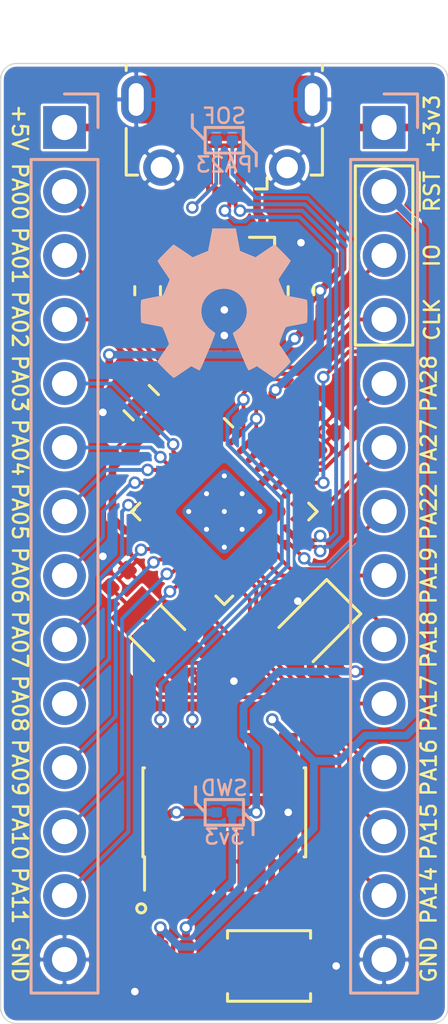
<source format=kicad_pcb>
(kicad_pcb (version 20171130) (host pcbnew "(5.1.4)-1")
  (layers (0 F.Cu signal) (31 B.Cu signal) (34 B.Paste user) (35 F.Paste user) (36 B.SilkS user) (37 F.SilkS user) (38 B.Mask user) (39 F.Mask user) (44 Edge.Cuts user))
  (net 0 "")
  (net 1 +3V3)
  (net 2 GND)
  (net 3 /VDDANA)
  (net 4 +5V)
  (net 5 /PA14)
  (net 6 /PA15)
  (net 7 /~RESET)
  (net 8 "Net-(D1-Pad2)")
  (net 9 /USB_D+)
  (net 10 /USB_D-)
  (net 11 /PA11)
  (net 12 /PA10)
  (net 13 /PA09)
  (net 14 /PA08)
  (net 15 /PA07)
  (net 16 /PA06)
  (net 17 /PA05)
  (net 18 /PA04)
  (net 19 /PA03)
  (net 20 /PA02)
  (net 21 /PA01)
  (net 22 /PA00)
  (net 23 /PA16)
  (net 24 /PA17)
  (net 25 /PA18)
  (net 26 /PA19)
  (net 27 /PA22)
  (net 28 /PA27)
  (net 29 /PA28)
  (net 30 /SWD_CLK)
  (net 31 /SWD_IO)
  (net 32 "Net-(J4-Pad8)")
  (net 33 "Net-(J4-Pad7)")
  (net 34 "Net-(J4-Pad6)")
  (net 35 /SWD_3V3)
  (net 36 "Net-(R2-Pad1)")
  (net 37 /USB_SOF)
  (net 38 "Net-(U1-Pad3)")
  (net 39 /VDDCORE)
  (net 40 /PA23)
  (module Symbol:OSHW-Symbol_6.7x6mm_SilkScreen (layer B.Cu) (at 35.56 32.385 180)
    (fp_text reference REF** hide)
    (fp_text value OSHW-Symbol_6.7x6mm_SilkScreen hide)
  )
  (module Crystal:Crystal_SMD_3215-2Pin_3.2x1.5mm (layer F.Cu) (at 32.893 45.466 135)
    (fp_text reference Y1 hide)
    (fp_text value ABS07-32.768KHZ)
    (pad 2 smd rect (at -1.25 0 135) (size 1 1.8) (layers F.Cu F.Paste F.Mask) (net 6 /PA15))
    (pad 1 smd rect (at 1.25 0 135) (size 1 1.8) (layers F.Cu F.Paste F.Mask) (net 5 /PA14))
  )
  (module LED_SMD:LED_0805_2012Metric (layer F.Cu) (at 39.116 45.212 225)
    (fp_text reference D1 hide)
    (fp_text value PWR_LED)
    (pad 2 smd roundrect (at 0.9375 0 225) (size 0.975 1.4) (layers F.Cu F.Paste F.Mask) (net 8 "Net-(D1-Pad2)"))
    (pad 1 smd roundrect (at -0.9375 0 225) (size 0.975 1.4) (layers F.Cu F.Paste F.Mask) (net 2 GND))
  )
  (module Resistor_SMD:R_0402_1005Metric (layer F.Cu) (at 34.036 58.42 270)
    (fp_text reference R3 hide)
    (fp_text value 4k7)
    (pad 2 smd roundrect (at 0.485 0 270) (size 0.59 0.64) (layers F.Cu F.Paste F.Mask) (net 36 "Net-(R2-Pad1)"))
    (pad 1 smd roundrect (at -0.485 0 270) (size 0.59 0.64) (layers F.Cu F.Paste F.Mask) (net 1 +3V3))
  )
  (module Resistor_SMD:R_0402_1005Metric (layer F.Cu) (at 33.02 58.42 90)
    (fp_text reference R2 hide)
    (fp_text value 4k7)
    (pad 2 smd roundrect (at 0.485 0 90) (size 0.59 0.64) (layers F.Cu F.Paste F.Mask) (net 7 /~RESET))
    (pad 1 smd roundrect (at -0.485 0 90) (size 0.59 0.64) (layers F.Cu F.Paste F.Mask) (net 36 "Net-(R2-Pad1)"))
  )
  (module Resistor_SMD:R_0402_1005Metric (layer F.Cu) (at 39.624 46.99 225)
    (fp_text reference R1 hide)
    (fp_text value 100R)
    (pad 2 smd roundrect (at 0.485 0 225) (size 0.59 0.64) (layers F.Cu F.Paste F.Mask) (net 8 "Net-(D1-Pad2)"))
    (pad 1 smd roundrect (at -0.485 0 225) (size 0.59 0.64) (layers F.Cu F.Paste F.Mask) (net 1 +3V3))
  )
  (module Capacitor_SMD:C_0402_1005Metric (layer F.Cu) (at 32.004 58.42 270)
    (fp_text reference C9 hide)
    (fp_text value 0.1u)
    (pad 2 smd roundrect (at 0.485 0 270) (size 0.59 0.64) (layers F.Cu F.Paste F.Mask) (net 2 GND))
    (pad 1 smd roundrect (at -0.485 0 270) (size 0.59 0.64) (layers F.Cu F.Paste F.Mask) (net 7 /~RESET))
  )
  (module Capacitor_SMD:C_0402_1005Metric (layer F.Cu) (at 35.052 46.99 225)
    (fp_text reference C8 hide)
    (fp_text value 22p)
    (pad 2 smd roundrect (at 0.485 0 225) (size 0.59 0.64) (layers F.Cu F.Paste F.Mask) (net 2 GND))
    (pad 1 smd roundrect (at -0.485 0 225) (size 0.59 0.64) (layers F.Cu F.Paste F.Mask) (net 6 /PA15))
  )
  (module Capacitor_SMD:C_0402_1005Metric (layer F.Cu) (at 31.369 43.307 45)
    (fp_text reference C7 hide)
    (fp_text value 22p)
    (pad 2 smd roundrect (at 0.485 0 45) (size 0.59 0.64) (layers F.Cu F.Paste F.Mask) (net 2 GND))
    (pad 1 smd roundrect (at -0.485 0 45) (size 0.59 0.64) (layers F.Cu F.Paste F.Mask) (net 5 /PA14))
  )
  (module Capacitor_SMD:C_0603_1608Metric (layer F.Cu) (at 38.608 31.877 90)
    (fp_text reference C6 hide)
    (fp_text value 4.7u)
    (pad 2 smd roundrect (at 0.7875 0 90) (size 0.875 0.95) (layers F.Cu F.Paste F.Mask) (net 2 GND))
    (pad 1 smd roundrect (at -0.7875 0 90) (size 0.875 0.95) (layers F.Cu F.Paste F.Mask) (net 1 +3V3))
  )
  (module Capacitor_SMD:C_0402_1005Metric (layer F.Cu) (at 38.1 36.322 225)
    (fp_text reference C5 hide)
    (fp_text value 0.1u)
    (pad 2 smd roundrect (at 0.485 0 225) (size 0.59 0.64) (layers F.Cu F.Paste F.Mask) (net 1 +3V3))
    (pad 1 smd roundrect (at -0.485 0 225) (size 0.59 0.64) (layers F.Cu F.Paste F.Mask) (net 2 GND))
  )
  (module Capacitor_SMD:C_0402_1005Metric (layer F.Cu) (at 31.496 37.846 315)
    (fp_text reference C4 hide)
    (fp_text value 0.1u)
    (pad 2 smd roundrect (at 0.485 0 315) (size 0.59 0.64) (layers F.Cu F.Paste F.Mask) (net 3 /VDDANA))
    (pad 1 smd roundrect (at -0.485 0 315) (size 0.59 0.64) (layers F.Cu F.Paste F.Mask) (net 2 GND))
  )
  (module Capacitor_SMD:C_0402_1005Metric (layer F.Cu) (at 38.862 37.084 225)
    (fp_text reference C3 hide)
    (fp_text value 0.1u)
    (pad 2 smd roundrect (at 0.485 0 225) (size 0.59 0.64) (layers F.Cu F.Paste F.Mask) (net 39 /VDDCORE))
    (pad 1 smd roundrect (at -0.485 0 225) (size 0.59 0.64) (layers F.Cu F.Paste F.Mask) (net 2 GND))
  )
  (module Capacitor_SMD:C_0402_1005Metric (layer F.Cu) (at 39.624 37.846 225)
    (fp_text reference C2 hide)
    (fp_text value 1u)
    (pad 2 smd roundrect (at 0.485 0 225) (size 0.59 0.64) (layers F.Cu F.Paste F.Mask) (net 39 /VDDCORE))
    (pad 1 smd roundrect (at -0.485 0 225) (size 0.59 0.64) (layers F.Cu F.Paste F.Mask) (net 2 GND))
  )
  (module Capacitor_SMD:C_0603_1608Metric (layer F.Cu) (at 32.512 31.877 90)
    (fp_text reference C1 hide)
    (fp_text value 4.7u)
    (pad 2 smd roundrect (at 0.7875 0 90) (size 0.875 0.95) (layers F.Cu F.Paste F.Mask) (net 2 GND))
    (pad 1 smd roundrect (at -0.7875 0 90) (size 0.875 0.95) (layers F.Cu F.Paste F.Mask) (net 4 +5V))
  )
  (module Resistor_SMD:R_0201_0603Metric (layer B.Cu) (at 35.56 52.578 180)
    (fp_text reference JP2 hide)
    (fp_text value SWD_VCC)
    (pad 2 smd roundrect (at 0.32 0 180) (size 0.46 0.4) (layers B.Cu B.Mask) (net 35 /SWD_3V3))
    (pad 1 smd roundrect (at -0.32 0 180) (size 0.46 0.4) (layers B.Cu B.Mask) (net 1 +3V3))
  )
  (module Resistor_SMD:R_0201_0603Metric (layer B.Cu) (at 35.56 25.908 180)
    (fp_text reference JP1 hide)
    (fp_text value USB_SOF hide)
    (pad 2 smd roundrect (at 0.32 0 180) (size 0.46 0.4) (layers B.Cu B.Mask) (net 37 /USB_SOF))
    (pad 1 smd roundrect (at -0.32 0 180) (size 0.46 0.4) (layers B.Cu B.Mask) (net 40 /PA23))
  )
  (module Package_DFN_QFN:QFN-32-1EP_5x5mm_P0.5mm_EP3.6x3.6mm_ThermalVias (layer F.Cu) (at 35.56 40.64 315)
    (fp_text reference U2 hide)
    (fp_text value ATSAMD21E)
    (pad 32 smd roundrect (at -1.75 -2.45 315) (size 0.25 0.8) (layers F.Cu F.Paste F.Mask) (net 31 /SWD_IO))
    (pad 31 smd roundrect (at -1.25 -2.45 315) (size 0.25 0.8) (layers F.Cu F.Paste F.Mask) (net 30 /SWD_CLK))
    (pad 30 smd roundrect (at -0.75 -2.45 315) (size 0.25 0.8) (layers F.Cu F.Paste F.Mask) (net 1 +3V3))
    (pad 29 smd roundrect (at -0.25 -2.45 315) (size 0.25 0.8) (layers F.Cu F.Paste F.Mask) (net 39 /VDDCORE))
    (pad 28 smd roundrect (at 0.25 -2.45 315) (size 0.25 0.8) (layers F.Cu F.Paste F.Mask) (net 2 GND))
    (pad 27 smd roundrect (at 0.75 -2.45 315) (size 0.25 0.8) (layers F.Cu F.Paste F.Mask) (net 29 /PA28))
    (pad 26 smd roundrect (at 1.25 -2.45 315) (size 0.25 0.8) (layers F.Cu F.Paste F.Mask) (net 7 /~RESET))
    (pad 25 smd roundrect (at 1.75 -2.45 315) (size 0.25 0.8) (layers F.Cu F.Paste F.Mask) (net 28 /PA27))
    (pad 24 smd roundrect (at 2.45 -1.75 315) (size 0.8 0.25) (layers F.Cu F.Paste F.Mask) (net 9 /USB_D+))
    (pad 23 smd roundrect (at 2.45 -1.25 315) (size 0.8 0.25) (layers F.Cu F.Paste F.Mask) (net 10 /USB_D-))
    (pad 22 smd roundrect (at 2.45 -0.75 315) (size 0.8 0.25) (layers F.Cu F.Paste F.Mask) (net 40 /PA23))
    (pad 21 smd roundrect (at 2.45 -0.25 315) (size 0.8 0.25) (layers F.Cu F.Paste F.Mask) (net 27 /PA22))
    (pad 20 smd roundrect (at 2.45 0.25 315) (size 0.8 0.25) (layers F.Cu F.Paste F.Mask) (net 26 /PA19))
    (pad 19 smd roundrect (at 2.45 0.75 315) (size 0.8 0.25) (layers F.Cu F.Paste F.Mask) (net 25 /PA18))
    (pad 18 smd roundrect (at 2.45 1.25 315) (size 0.8 0.25) (layers F.Cu F.Paste F.Mask) (net 24 /PA17))
    (pad 17 smd roundrect (at 2.45 1.75 315) (size 0.8 0.25) (layers F.Cu F.Paste F.Mask) (net 23 /PA16))
    (pad 16 smd roundrect (at 1.75 2.45 315) (size 0.25 0.8) (layers F.Cu F.Paste F.Mask) (net 6 /PA15))
    (pad 15 smd roundrect (at 1.25 2.45 315) (size 0.25 0.8) (layers F.Cu F.Paste F.Mask) (net 5 /PA14))
    (pad 14 smd roundrect (at 0.75 2.45 315) (size 0.25 0.8) (layers F.Cu F.Paste F.Mask) (net 11 /PA11))
    (pad 13 smd roundrect (at 0.25 2.45 315) (size 0.25 0.8) (layers F.Cu F.Paste F.Mask) (net 12 /PA10))
    (pad 12 smd roundrect (at -0.25 2.45 315) (size 0.25 0.8) (layers F.Cu F.Paste F.Mask) (net 13 /PA09))
    (pad 11 smd roundrect (at -0.75 2.45 315) (size 0.25 0.8) (layers F.Cu F.Paste F.Mask) (net 14 /PA08))
    (pad 10 smd roundrect (at -1.25 2.45 315) (size 0.25 0.8) (layers F.Cu F.Paste F.Mask) (net 2 GND))
    (pad 9 smd roundrect (at -1.75 2.45 315) (size 0.25 0.8) (layers F.Cu F.Paste F.Mask) (net 3 /VDDANA))
    (pad 8 smd roundrect (at -2.45 1.75 315) (size 0.8 0.25) (layers F.Cu F.Paste F.Mask) (net 15 /PA07))
    (pad 7 smd roundrect (at -2.45 1.25 315) (size 0.8 0.25) (layers F.Cu F.Paste F.Mask) (net 16 /PA06))
    (pad 6 smd roundrect (at -2.45 0.75 315) (size 0.8 0.25) (layers F.Cu F.Paste F.Mask) (net 17 /PA05))
    (pad 5 smd roundrect (at -2.45 0.25 315) (size 0.8 0.25) (layers F.Cu F.Paste F.Mask) (net 18 /PA04))
    (pad 4 smd roundrect (at -2.45 -0.25 315) (size 0.8 0.25) (layers F.Cu F.Paste F.Mask) (net 19 /PA03))
    (pad 3 smd roundrect (at -2.45 -0.75 315) (size 0.8 0.25) (layers F.Cu F.Paste F.Mask) (net 20 /PA02))
    (pad 2 smd roundrect (at -2.45 -1.25 315) (size 0.8 0.25) (layers F.Cu F.Paste F.Mask) (net 21 /PA01))
    (pad 1 smd roundrect (at -2.45 -1.75 315) (size 0.8 0.25) (layers F.Cu F.Paste F.Mask) (net 22 /PA00))
    (pad 33 smd roundrect (at 0 0 315) (size 2.5 2.5) (layers B.Cu) (roundrect_rratio 0.1) (net 2 GND))
    (pad 33 thru_hole circle (at 1 1 315) (size 0.5 0.5) (drill 0.2) (layers *.Cu) (net 2 GND))
    (pad 33 thru_hole circle (at 0 1 315) (size 0.5 0.5) (drill 0.2) (layers *.Cu) (net 2 GND))
    (pad 33 thru_hole circle (at -1 1 315) (size 0.5 0.5) (drill 0.2) (layers *.Cu) (net 2 GND))
    (pad 33 thru_hole circle (at 1 0 315) (size 0.5 0.5) (drill 0.2) (layers *.Cu) (net 2 GND))
    (pad 33 thru_hole circle (at 0 0 315) (size 0.5 0.5) (drill 0.2) (layers *.Cu) (net 2 GND))
    (pad 33 thru_hole circle (at -1 0 315) (size 0.5 0.5) (drill 0.2) (layers *.Cu) (net 2 GND))
    (pad 33 thru_hole circle (at 1 -1 315) (size 0.5 0.5) (drill 0.2) (layers *.Cu) (net 2 GND))
    (pad 33 thru_hole circle (at 0 -1 315) (size 0.5 0.5) (drill 0.2) (layers *.Cu) (net 2 GND))
    (pad 33 thru_hole circle (at -1 -1 315) (size 0.5 0.5) (drill 0.2) (layers *.Cu) (net 2 GND))
    (pad 33 smd roundrect (at 0 0 315) (size 3.6 3.6) (layers F.Cu F.Mask) (roundrect_rratio 0.06944400000000001) (net 2 GND))
  )
  (module jkiv-library:SOT89-5 (layer F.Cu) (at 35.56 32.258 180)
    (fp_text reference U1 hide)
    (fp_text value AP7361C_SOT-89-5)
    (pad 2 smd roundrect (at 0 -0.45 180) (size 1.93 3) (layers F.Cu F.Paste F.Mask) (net 2 GND))
    (pad 4 smd roundrect (at 1.5 -1.65 180) (size 0.68 1.2) (layers F.Cu F.Paste F.Mask) (net 4 +5V))
    (pad 2 smd roundrect (at 0 -1.5 180) (size 1.93 1) (layers F.Cu F.Paste F.Mask) (net 2 GND))
    (pad 5 smd roundrect (at -1.5 -1.65 180) (size 0.68 1.2) (layers F.Cu F.Paste F.Mask) (net 1 +3V3))
    (pad 1 smd roundrect (at -1.5 1.65 180) (size 0.68 1.2) (layers F.Cu F.Paste F.Mask) (net 4 +5V))
    (pad 2 smd roundrect (at 0 1.45 180) (size 0.68 1.6) (layers F.Cu F.Paste F.Mask) (net 2 GND))
    (pad 3 smd roundrect (at 1.5 1.65 180) (size 0.68 1.2) (layers F.Cu F.Paste F.Mask) (net 38 "Net-(U1-Pad3)"))
  )
  (module Button_Switch_SMD:SW_SPST_B3U-1000P (layer F.Cu) (at 37.338 58.674)
    (fp_text reference SW1 hide)
    (fp_text value RESET)
    (pad 2 smd rect (at 1.7 0) (size 0.9 1.7) (layers F.Cu F.Paste F.Mask) (net 2 GND))
    (pad 1 smd rect (at -1.7 0) (size 0.9 1.7) (layers F.Cu F.Paste F.Mask) (net 36 "Net-(R2-Pad1)"))
  )
  (module Connector_PinHeader_1.27mm:PinHeader_2x05_P1.27mm_Vertical_SMD (layer F.Cu) (at 35.56 52.578 90)
    (fp_text reference J4 hide)
    (fp_text value SWD_1.27)
    (pad 10 smd rect (at 1.95 2.54 90) (size 2.4 0.74) (layers F.Cu F.Paste F.Mask) (net 7 /~RESET))
    (pad 9 smd rect (at -1.95 2.54 90) (size 2.4 0.74) (layers F.Cu F.Paste F.Mask) (net 2 GND))
    (pad 8 smd rect (at 1.95 1.27 90) (size 2.4 0.74) (layers F.Cu F.Paste F.Mask) (net 32 "Net-(J4-Pad8)"))
    (pad 7 smd rect (at -1.95 1.27 90) (size 2.4 0.74) (layers F.Cu F.Paste F.Mask) (net 33 "Net-(J4-Pad7)"))
    (pad 6 smd rect (at 1.95 0 90) (size 2.4 0.74) (layers F.Cu F.Paste F.Mask) (net 34 "Net-(J4-Pad6)"))
    (pad 5 smd rect (at -1.95 0 90) (size 2.4 0.74) (layers F.Cu F.Paste F.Mask) (net 2 GND))
    (pad 4 smd rect (at 1.95 -1.27 90) (size 2.4 0.74) (layers F.Cu F.Paste F.Mask) (net 30 /SWD_CLK))
    (pad 3 smd rect (at -1.95 -1.27 90) (size 2.4 0.74) (layers F.Cu F.Paste F.Mask) (net 2 GND))
    (pad 2 smd rect (at 1.95 -2.54 90) (size 2.4 0.74) (layers F.Cu F.Paste F.Mask) (net 31 /SWD_IO))
    (pad 1 smd rect (at -1.95 -2.54 90) (size 2.4 0.74) (layers F.Cu F.Paste F.Mask) (net 35 /SWD_3V3))
  )
  (module Connector_PinHeader_2.54mm:PinHeader_1x14_P2.54mm_Vertical (layer B.Cu) (at 41.91 25.4 180)
    (fp_text reference J3 hide)
    (fp_text value B hide)
    (pad 14 thru_hole oval (at 0 -33.02 180) (size 1.7 1.7) (drill 1) (layers *.Cu *.Mask) (net 2 GND))
    (pad 13 thru_hole oval (at 0 -30.48 180) (size 1.7 1.7) (drill 1) (layers *.Cu *.Mask) (net 5 /PA14))
    (pad 12 thru_hole oval (at 0 -27.94 180) (size 1.7 1.7) (drill 1) (layers *.Cu *.Mask) (net 6 /PA15))
    (pad 11 thru_hole oval (at 0 -25.4 180) (size 1.7 1.7) (drill 1) (layers *.Cu *.Mask) (net 23 /PA16))
    (pad 10 thru_hole oval (at 0 -22.86 180) (size 1.7 1.7) (drill 1) (layers *.Cu *.Mask) (net 24 /PA17))
    (pad 9 thru_hole oval (at 0 -20.32 180) (size 1.7 1.7) (drill 1) (layers *.Cu *.Mask) (net 25 /PA18))
    (pad 8 thru_hole oval (at 0 -17.78 180) (size 1.7 1.7) (drill 1) (layers *.Cu *.Mask) (net 26 /PA19))
    (pad 7 thru_hole oval (at 0 -15.24 180) (size 1.7 1.7) (drill 1) (layers *.Cu *.Mask) (net 27 /PA22))
    (pad 6 thru_hole oval (at 0 -12.7 180) (size 1.7 1.7) (drill 1) (layers *.Cu *.Mask) (net 28 /PA27))
    (pad 5 thru_hole oval (at 0 -10.16 180) (size 1.7 1.7) (drill 1) (layers *.Cu *.Mask) (net 29 /PA28))
    (pad 4 thru_hole oval (at 0 -7.62 180) (size 1.7 1.7) (drill 1) (layers *.Cu *.Mask) (net 30 /SWD_CLK))
    (pad 3 thru_hole oval (at 0 -5.08 180) (size 1.7 1.7) (drill 1) (layers *.Cu *.Mask) (net 31 /SWD_IO))
    (pad 2 thru_hole oval (at 0 -2.54 180) (size 1.7 1.7) (drill 1) (layers *.Cu *.Mask) (net 7 /~RESET))
    (pad 1 thru_hole rect (at 0 0 180) (size 1.7 1.7) (drill 1) (layers *.Cu *.Mask) (net 1 +3V3))
  )
  (module Connector_PinHeader_2.54mm:PinHeader_1x14_P2.54mm_Vertical (layer B.Cu) (at 29.21 25.4 180)
    (fp_text reference J2 hide)
    (fp_text value A hide)
    (pad 14 thru_hole oval (at 0 -33.02 180) (size 1.7 1.7) (drill 1) (layers *.Cu *.Mask) (net 2 GND))
    (pad 13 thru_hole oval (at 0 -30.48 180) (size 1.7 1.7) (drill 1) (layers *.Cu *.Mask) (net 11 /PA11))
    (pad 12 thru_hole oval (at 0 -27.94 180) (size 1.7 1.7) (drill 1) (layers *.Cu *.Mask) (net 12 /PA10))
    (pad 11 thru_hole oval (at 0 -25.4 180) (size 1.7 1.7) (drill 1) (layers *.Cu *.Mask) (net 13 /PA09))
    (pad 10 thru_hole oval (at 0 -22.86 180) (size 1.7 1.7) (drill 1) (layers *.Cu *.Mask) (net 14 /PA08))
    (pad 9 thru_hole oval (at 0 -20.32 180) (size 1.7 1.7) (drill 1) (layers *.Cu *.Mask) (net 15 /PA07))
    (pad 8 thru_hole oval (at 0 -17.78 180) (size 1.7 1.7) (drill 1) (layers *.Cu *.Mask) (net 16 /PA06))
    (pad 7 thru_hole oval (at 0 -15.24 180) (size 1.7 1.7) (drill 1) (layers *.Cu *.Mask) (net 17 /PA05))
    (pad 6 thru_hole oval (at 0 -12.7 180) (size 1.7 1.7) (drill 1) (layers *.Cu *.Mask) (net 18 /PA04))
    (pad 5 thru_hole oval (at 0 -10.16 180) (size 1.7 1.7) (drill 1) (layers *.Cu *.Mask) (net 19 /PA03))
    (pad 4 thru_hole oval (at 0 -7.62 180) (size 1.7 1.7) (drill 1) (layers *.Cu *.Mask) (net 20 /PA02))
    (pad 3 thru_hole oval (at 0 -5.08 180) (size 1.7 1.7) (drill 1) (layers *.Cu *.Mask) (net 21 /PA01))
    (pad 2 thru_hole oval (at 0 -2.54 180) (size 1.7 1.7) (drill 1) (layers *.Cu *.Mask) (net 22 /PA00))
    (pad 1 thru_hole rect (at 0 0 180) (size 1.7 1.7) (drill 1) (layers *.Cu *.Mask) (net 4 +5V))
  )
  (module Connector_USB:USB_Micro-B_Molex-105017-0001 (layer F.Cu) (at 35.56 25.527 180)
    (fp_text reference J1 hide)
    (fp_text value USB_B_Micro)
    (pad 6 smd rect (at -2.9 1.2375 180) (size 1.2 1.9) (layers F.Cu F.Mask) (net 2 GND))
    (pad 6 smd rect (at 2.9 1.2375 180) (size 1.2 1.9) (layers F.Cu F.Mask) (net 2 GND))
    (pad 6 thru_hole oval (at 3.5 1.2375 180) (size 1.2 1.9) (drill oval 0.6 1.3) (layers *.Cu *.Mask) (net 2 GND))
    (pad 6 thru_hole oval (at -3.5 1.2375) (size 1.2 1.9) (drill oval 0.6 1.3) (layers *.Cu *.Mask) (net 2 GND))
    (pad 6 smd rect (at -1 1.2375 180) (size 1.5 1.9) (layers F.Cu F.Paste F.Mask) (net 2 GND))
    (pad 6 thru_hole circle (at 2.5 -1.4625 180) (size 1.45 1.45) (drill 0.85) (layers *.Cu *.Mask) (net 2 GND))
    (pad 3 smd rect (at 0 -1.4625 180) (size 0.4 1.35) (layers F.Cu F.Paste F.Mask) (net 9 /USB_D+))
    (pad 4 smd rect (at 0.65 -1.4625 180) (size 0.4 1.35) (layers F.Cu F.Paste F.Mask) (net 37 /USB_SOF))
    (pad 5 smd rect (at 1.3 -1.4625 180) (size 0.4 1.35) (layers F.Cu F.Paste F.Mask) (net 2 GND))
    (pad 1 smd rect (at -1.3 -1.4625 180) (size 0.4 1.35) (layers F.Cu F.Paste F.Mask) (net 4 +5V))
    (pad 2 smd rect (at -0.65 -1.4625 180) (size 0.4 1.35) (layers F.Cu F.Paste F.Mask) (net 10 /USB_D-))
    (pad 6 thru_hole circle (at -2.5 -1.4625 180) (size 1.45 1.45) (drill 0.85) (layers *.Cu *.Mask) (net 2 GND))
    (pad 6 smd rect (at 1 1.2375 180) (size 1.5 1.9) (layers F.Cu F.Paste F.Mask) (net 2 GND))
  )
  (module Inductor_SMD:L_0805_2012Metric (layer F.Cu) (at 32.258 36.322 315)
    (fp_text reference FB1 hide)
    (fp_text value FB)
    (pad 2 smd roundrect (at 0.9375 0 315) (size 0.975 1.4) (layers F.Cu F.Paste F.Mask) (net 3 /VDDANA))
    (pad 1 smd roundrect (at -0.9375 0 315) (size 0.975 1.4) (layers F.Cu F.Paste F.Mask) (net 1 +3V3))
  )
  (gr_line (start 36.703 52.959) (end 36.703 53.467) (layer B.SilkS) (width 0.12))
  (gr_line (start 36.322 52.578) (end 36.703 52.959) (layer B.SilkS) (width 0.12))
  (gr_line (start 34.417 52.197) (end 34.417 51.562) (layer B.SilkS) (width 0.12))
  (gr_line (start 34.798 52.578) (end 34.417 52.197) (layer B.SilkS) (width 0.12))
  (gr_line (start 36.83 26.416) (end 36.83 26.924) (layer B.SilkS) (width 0.12))
  (gr_line (start 36.322 25.908) (end 36.83 26.416) (layer B.SilkS) (width 0.12))
  (gr_line (start 34.29 25.4) (end 34.29 24.892) (layer B.SilkS) (width 0.12))
  (gr_line (start 34.798 25.908) (end 34.29 25.4) (layer B.SilkS) (width 0.12))
  (gr_line (start 40.767 26.924) (end 40.767 34.036) (layer F.SilkS) (width 0.12))
  (gr_circle (center 32.258 56.388) (end 32.385 56.515) (layer F.SilkS) (width 0.12))
  (gr_line (start 43.053 34.036) (end 40.767 34.036) (layer F.SilkS) (width 0.12))
  (gr_line (start 43.053 26.924) (end 43.053 34.036) (layer F.SilkS) (width 0.12))
  (gr_line (start 40.767 26.924) (end 43.053 26.924) (layer F.SilkS) (width 0.12))
  (gr_text ~RST (at 43.815 27.94 90) (layer F.SilkS) (effects (font (size 0.6 0.6) (thickness 0.1))))
  (gr_text +3v3 (at 43.815 25.273 90) (layer F.SilkS) (effects (font (size 0.6 0.6) (thickness 0.1))))
  (gr_text PA14 (at 43.688 55.88 90) (layer F.SilkS) (effects (font (size 0.6 0.6) (thickness 0.1))))
  (gr_text GND (at 43.688 58.42 90) (layer F.SilkS) (effects (font (size 0.6 0.6) (thickness 0.1))))
  (gr_text PA27 (at 43.688 38.1 90) (layer F.SilkS) (effects (font (size 0.6 0.6) (thickness 0.1))))
  (gr_text PA17 (at 43.688 48.26 90) (layer F.SilkS) (effects (font (size 0.6 0.6) (thickness 0.1))))
  (gr_text PA15 (at 43.688 53.34 90) (layer F.SilkS) (effects (font (size 0.6 0.6) (thickness 0.1))))
  (gr_text PA16 (at 43.688 50.8 90) (layer F.SilkS) (effects (font (size 0.6 0.6) (thickness 0.1))))
  (gr_text PA18 (at 43.688 45.72 90) (layer F.SilkS) (effects (font (size 0.6 0.6) (thickness 0.1))))
  (gr_text PA28 (at 43.688 35.56 90) (layer F.SilkS) (effects (font (size 0.6 0.6) (thickness 0.1))))
  (gr_text CLK (at 43.815 33.02 90) (layer F.SilkS) (effects (font (size 0.6 0.6) (thickness 0.1))))
  (gr_text PA19 (at 43.688 43.18 90) (layer F.SilkS) (effects (font (size 0.6 0.6) (thickness 0.1))))
  (gr_text PA22 (at 43.688 40.64 90) (layer F.SilkS) (effects (font (size 0.6 0.6) (thickness 0.1))))
  (gr_text IO (at 43.815 30.48 90) (layer F.SilkS) (effects (font (size 0.6 0.6) (thickness 0.1))))
  (gr_text GND (at 27.432 58.42 270) (layer F.SilkS) (effects (font (size 0.6 0.6) (thickness 0.1))))
  (gr_text PA11 (at 27.432 55.88 270) (layer F.SilkS) (effects (font (size 0.6 0.6) (thickness 0.1))))
  (gr_text PA10 (at 27.432 53.34 270) (layer F.SilkS) (effects (font (size 0.6 0.6) (thickness 0.1))))
  (gr_text PA09 (at 27.432 50.8 270) (layer F.SilkS) (effects (font (size 0.6 0.6) (thickness 0.1))))
  (gr_text PA08 (at 27.432 48.26 270) (layer F.SilkS) (effects (font (size 0.6 0.6) (thickness 0.1))))
  (gr_text PA07 (at 27.432 45.72 270) (layer F.SilkS) (effects (font (size 0.6 0.6) (thickness 0.1))))
  (gr_text PA06 (at 27.432 43.18 270) (layer F.SilkS) (effects (font (size 0.6 0.6) (thickness 0.1))))
  (gr_text PA05 (at 27.432 40.64 270) (layer F.SilkS) (effects (font (size 0.6 0.6) (thickness 0.1))))
  (gr_text PA04 (at 27.432 38.1 270) (layer F.SilkS) (effects (font (size 0.6 0.6) (thickness 0.1))))
  (gr_text PA03 (at 27.432 35.56 270) (layer F.SilkS) (effects (font (size 0.6 0.6) (thickness 0.1))))
  (gr_text PA02 (at 27.432 33.02 270) (layer F.SilkS) (effects (font (size 0.6 0.6) (thickness 0.1))))
  (gr_text PA01 (at 27.432 30.48 270) (layer F.SilkS) (effects (font (size 0.6 0.6) (thickness 0.1))))
  (gr_text PA00 (at 27.432 27.94 270) (layer F.SilkS) (effects (font (size 0.6 0.6) (thickness 0.1))))
  (gr_text +5V (at 27.432 25.4 270) (layer F.SilkS) (effects (font (size 0.6 0.6) (thickness 0.1))))
  (gr_text "SWD\n\n3v3" (at 35.56 52.578) (layer B.SilkS) (effects (font (size 0.6 0.6) (thickness 0.1)) (justify mirror)))
  (gr_text "SOF\n\nPA23" (at 35.56 25.908) (layer B.SilkS) (effects (font (size 0.6 0.6) (thickness 0.1)) (justify mirror)))
  (gr_line (start 34.798 25.4) (end 36.322 25.4) (layer B.SilkS) (width 0.12))
  (gr_line (start 34.798 26.416) (end 34.798 25.4) (layer B.SilkS) (width 0.12))
  (gr_line (start 36.322 26.416) (end 34.798 26.416) (layer B.SilkS) (width 0.12))
  (gr_line (start 36.322 25.4) (end 36.322 26.416) (layer B.SilkS) (width 0.12))
  (gr_line (start 36.322 53.086) (end 36.322 52.07) (layer B.SilkS) (width 0.12))
  (gr_line (start 34.798 53.086) (end 36.322 53.086) (layer B.SilkS) (width 0.12))
  (gr_line (start 34.798 52.07) (end 34.798 53.086) (layer B.SilkS) (width 0.12))
  (gr_line (start 36.322 52.07) (end 34.798 52.07) (layer B.SilkS) (width 0.12))
  (gr_arc (start 27.305 23.495) (end 27.305 22.86) (angle -90) (layer Edge.Cuts) (width 0.05))
  (gr_line (start 44.45 23.495) (end 44.45 60.325) (layer Edge.Cuts) (width 0.05))
  (gr_arc (start 43.815 23.495) (end 44.45 23.495) (angle -90) (layer Edge.Cuts) (width 0.05))
  (gr_arc (start 43.815 60.325) (end 43.815 60.96) (angle -90) (layer Edge.Cuts) (width 0.05))
  (gr_arc (start 27.305 60.325) (end 26.67 60.325) (angle -90) (layer Edge.Cuts) (width 0.05))
  (gr_line (start 26.67 60.325) (end 26.67 23.495) (layer Edge.Cuts) (width 0.05))
  (gr_line (start 43.815 60.96) (end 27.305 60.96) (layer Edge.Cuts) (width 0.05))
  (gr_line (start 27.305 22.86) (end 43.815 22.86) (layer Edge.Cuts) (width 0.05))
  (segment (start 37.06 33.298) (end 37.06 33.908) (width 0.3048) (layer F.Cu) (net 1))
  (segment (start 38.608 32.6645) (end 37.6935 32.6645) (width 0.3048) (layer F.Cu) (net 1))
  (segment (start 37.6935 32.6645) (end 37.06 33.298) (width 0.3048) (layer F.Cu) (net 1))
  (via (at 36.83 52.578) (size 0.5) (drill 0.3) (layers F.Cu B.Cu) (net 1))
  (segment (start 35.88 52.578) (end 36.83 52.578) (width 0.3048) (layer B.Cu) (net 1))
  (segment (start 37.338 37.084) (end 37.757053 36.664947) (width 0.3048) (layer F.Cu) (net 1))
  (segment (start 36.762082 38.377258) (end 37.338 37.80134) (width 0.3048) (layer F.Cu) (net 1))
  (segment (start 37.338 37.80134) (end 37.338 37.084) (width 0.3048) (layer F.Cu) (net 1))
  (via (at 30.988 34.417) (size 0.5) (drill 0.3) (layers F.Cu B.Cu) (net 1))
  (segment (start 30.988 35.052) (end 30.988 34.417) (width 0.3048) (layer F.Cu) (net 1))
  (segment (start 31.595087 35.659087) (end 30.988 35.052) (width 0.3048) (layer F.Cu) (net 1))
  (via (at 34.036 57.15) (size 0.5) (drill 0.3) (layers F.Cu B.Cu) (net 1))
  (segment (start 34.036 57.935) (end 34.036 57.15) (width 0.3048) (layer F.Cu) (net 1))
  (via (at 39.37 31.877) (size 0.5) (drill 0.3) (layers F.Cu B.Cu) (net 1))
  (segment (start 38.608 32.6645) (end 39.37 31.9025) (width 0.3048) (layer F.Cu) (net 1))
  (segment (start 39.37 31.9025) (end 39.37 31.877) (width 0.3048) (layer F.Cu) (net 1))
  (via (at 37.592 35.814) (size 0.5) (drill 0.3) (layers F.Cu B.Cu) (net 1))
  (segment (start 37.465 35.941) (end 37.592 35.814) (width 0.3048) (layer F.Cu) (net 1))
  (segment (start 37.757053 36.664947) (end 37.465 36.372894) (width 0.3048) (layer F.Cu) (net 1))
  (segment (start 37.465 36.372894) (end 37.465 35.941) (width 0.3048) (layer F.Cu) (net 1))
  (segment (start 40.894 25.4) (end 41.91 25.4) (width 0.3048) (layer F.Cu) (net 1))
  (segment (start 40.259 26.035) (end 40.894 25.4) (width 0.3048) (layer F.Cu) (net 1))
  (segment (start 39.37 31.877) (end 40.259 30.988) (width 0.3048) (layer F.Cu) (net 1))
  (segment (start 40.259 30.988) (end 40.259 26.035) (width 0.3048) (layer F.Cu) (net 1))
  (segment (start 43.0648 25.4) (end 41.91 25.4) (width 0.3048) (layer F.Cu) (net 1))
  (segment (start 43.561 25.8962) (end 43.0648 25.4) (width 0.3048) (layer F.Cu) (net 1))
  (segment (start 43.561 46.1645) (end 43.561 25.8962) (width 0.3048) (layer F.Cu) (net 1))
  (segment (start 42.7355 46.99) (end 43.561 46.1645) (width 0.3048) (layer F.Cu) (net 1))
  (segment (start 39.966947 46.647053) (end 40.309894 46.99) (width 0.3048) (layer F.Cu) (net 1))
  (segment (start 40.309894 46.99) (end 40.767 46.99) (width 0.3048) (layer F.Cu) (net 1))
  (segment (start 40.767 46.99) (end 42.7355 46.99) (width 0.3048) (layer F.Cu) (net 1))
  (via (at 40.767 46.99) (size 0.5) (drill 0.3) (layers F.Cu B.Cu) (net 1))
  (segment (start 34.036 57.277) (end 34.036 57.15) (width 0.3048) (layer B.Cu) (net 1))
  (via (at 38.354 33.782) (size 0.5) (drill 0.3) (layers F.Cu B.Cu) (net 1))
  (segment (start 38.608 32.6645) (end 38.608 33.528) (width 0.3048) (layer F.Cu) (net 1))
  (segment (start 38.608 33.528) (end 38.354 33.782) (width 0.3048) (layer F.Cu) (net 1))
  (segment (start 37.719 34.417) (end 30.988 34.417) (width 0.3048) (layer B.Cu) (net 1))
  (segment (start 38.354 33.782) (end 37.719 34.417) (width 0.3048) (layer B.Cu) (net 1))
  (segment (start 39.37 34.036) (end 37.592 35.814) (width 0.3048) (layer B.Cu) (net 1))
  (segment (start 39.37 31.877) (end 39.37 34.036) (width 0.3048) (layer B.Cu) (net 1))
  (segment (start 36.83 50.038) (end 36.83 52.578) (width 0.3048) (layer B.Cu) (net 1))
  (segment (start 36.322 49.53) (end 36.83 50.038) (width 0.3048) (layer B.Cu) (net 1))
  (segment (start 36.322 48.387) (end 36.322 49.53) (width 0.3048) (layer B.Cu) (net 1))
  (segment (start 40.767 46.99) (end 37.719 46.99) (width 0.3048) (layer B.Cu) (net 1))
  (segment (start 37.719 46.99) (end 36.322 48.387) (width 0.3048) (layer B.Cu) (net 1))
  (segment (start 35.88 55.306) (end 35.88 52.578) (width 0.3048) (layer B.Cu) (net 1))
  (segment (start 34.036 57.15) (end 35.88 55.306) (width 0.3048) (layer B.Cu) (net 1))
  (via (at 35.56 33.655) (size 0.5) (drill 0.3) (layers F.Cu B.Cu) (net 2))
  (via (at 35.56 32.639) (size 0.5) (drill 0.3) (layers F.Cu B.Cu) (net 2))
  (via (at 35.941 47.371) (size 0.5) (drill 0.3) (layers F.Cu B.Cu) (net 2))
  (via (at 38.099992 52.578) (size 0.5) (drill 0.3) (layers F.Cu B.Cu) (net 2))
  (segment (start 38.1 52.578008) (end 38.099992 52.578) (width 0.3048) (layer F.Cu) (net 2))
  (segment (start 38.1 54.528) (end 38.1 52.578008) (width 0.3048) (layer F.Cu) (net 2))
  (via (at 38.481 44.196) (size 0.5) (drill 0.3) (layers F.Cu B.Cu) (net 2))
  (segment (start 35.913553 40.64) (end 35.56 40.64) (width 0.3048) (layer F.Cu) (net 2))
  (segment (start 37.469188 39.084365) (end 35.913553 40.64) (width 0.3048) (layer F.Cu) (net 2))
  (segment (start 33.792233 40.64) (end 35.56 40.64) (width 0.3048) (layer F.Cu) (net 2))
  (segment (start 32.943705 41.488528) (end 33.792233 40.64) (width 0.3048) (layer F.Cu) (net 2))
  (via (at 30.734 36.703) (size 0.5) (drill 0.3) (layers F.Cu B.Cu) (net 2))
  (via (at 30.734 42.418) (size 0.5) (drill 0.3) (layers F.Cu B.Cu) (net 2))
  (via (at 38.608 29.972) (size 0.5) (drill 0.3) (layers F.Cu B.Cu) (net 2))
  (via (at 32.004 59.69) (size 0.5) (drill 0.3) (layers F.Cu B.Cu) (net 2))
  (via (at 40.005 58.674) (size 0.5) (drill 0.3) (layers F.Cu B.Cu) (net 2))
  (segment (start 32.920913 37.106981) (end 31.838947 38.188947) (width 0.3048) (layer F.Cu) (net 3))
  (segment (start 32.920913 36.984913) (end 32.920913 37.106981) (width 0.3048) (layer F.Cu) (net 3))
  (segment (start 32.323127 41.402) (end 32.590152 41.134975) (width 0.3048) (layer F.Cu) (net 3))
  (segment (start 31.623 41.402) (end 32.323127 41.402) (width 0.3048) (layer F.Cu) (net 3))
  (segment (start 31.115 40.894) (end 31.623 41.402) (width 0.3048) (layer F.Cu) (net 3))
  (segment (start 31.838947 38.188947) (end 31.115 38.912894) (width 0.3048) (layer F.Cu) (net 3))
  (segment (start 31.115 38.912894) (end 31.115 40.894) (width 0.3048) (layer F.Cu) (net 3))
  (segment (start 30.3648 25.4) (end 29.21 25.4) (width 0.3048) (layer F.Cu) (net 4))
  (segment (start 30.7458 25.781) (end 30.3648 25.4) (width 0.3048) (layer F.Cu) (net 4))
  (segment (start 36.510822 25.781) (end 30.7458 25.781) (width 0.3048) (layer F.Cu) (net 4))
  (segment (start 36.86 26.9895) (end 36.86 26.130178) (width 0.3048) (layer F.Cu) (net 4))
  (segment (start 36.86 26.130178) (end 36.510822 25.781) (width 0.3048) (layer F.Cu) (net 4))
  (segment (start 34.06 33.908) (end 34.06 33.044) (width 0.3048) (layer F.Cu) (net 4))
  (segment (start 33.6805 32.6645) (end 32.512 32.6645) (width 0.3048) (layer F.Cu) (net 4))
  (segment (start 34.06 33.044) (end 33.6805 32.6645) (width 0.3048) (layer F.Cu) (net 4))
  (segment (start 37.06 28.98) (end 37.06 30.608) (width 0.3048) (layer F.Cu) (net 4))
  (segment (start 36.86 26.9895) (end 36.86 28.78) (width 0.3048) (layer F.Cu) (net 4))
  (segment (start 36.86 28.78) (end 37.06 28.98) (width 0.3048) (layer F.Cu) (net 4))
  (segment (start 32.131 25.781) (end 33.274 25.781) (width 0.3048) (layer F.Cu) (net 4))
  (segment (start 31.623 26.289) (end 32.131 25.781) (width 0.3048) (layer F.Cu) (net 4))
  (segment (start 31.623 32.3505) (end 31.623 26.289) (width 0.3048) (layer F.Cu) (net 4))
  (segment (start 32.512 32.6645) (end 31.937 32.6645) (width 0.3048) (layer F.Cu) (net 4))
  (segment (start 31.937 32.6645) (end 31.623 32.3505) (width 0.3048) (layer F.Cu) (net 4))
  (segment (start 34.35792 43.609847) (end 34.711472 43.256295) (width 0.1524) (layer F.Cu) (net 5))
  (segment (start 34.163 43.804767) (end 34.35792 43.609847) (width 0.1524) (layer F.Cu) (net 5))
  (segment (start 33.38565 44.582117) (end 34.163 43.804767) (width 0.1524) (layer F.Cu) (net 5))
  (segment (start 32.004 45.963767) (end 33.38565 44.582117) (width 0.1524) (layer F.Cu) (net 5))
  (segment (start 41.91 55.88) (end 40.132 54.102) (width 0.1524) (layer F.Cu) (net 5))
  (segment (start 40.132 50.292) (end 37.846 48.006) (width 0.1524) (layer F.Cu) (net 5))
  (segment (start 37.846 48.006) (end 33.02 48.006) (width 0.1524) (layer F.Cu) (net 5))
  (segment (start 33.02 48.006) (end 32.004 46.99) (width 0.1524) (layer F.Cu) (net 5))
  (segment (start 40.132 54.102) (end 40.132 50.292) (width 0.1524) (layer F.Cu) (net 5))
  (segment (start 32.004 46.99) (end 32.004 45.963767) (width 0.1524) (layer F.Cu) (net 5))
  (segment (start 32.961387 45.00638) (end 33.38565 44.582117) (width 0.1524) (layer F.Cu) (net 5))
  (segment (start 32.43338 45.00638) (end 32.961387 45.00638) (width 0.1524) (layer F.Cu) (net 5))
  (segment (start 32.009117 44.582117) (end 32.43338 45.00638) (width 0.1524) (layer F.Cu) (net 5))
  (segment (start 31.958223 44.582117) (end 31.026053 43.649947) (width 0.1524) (layer F.Cu) (net 5))
  (segment (start 32.009117 44.582117) (end 31.958223 44.582117) (width 0.1524) (layer F.Cu) (net 5))
  (segment (start 35.065025 43.609848) (end 34.544 44.130873) (width 0.1524) (layer F.Cu) (net 6))
  (segment (start 34.544 44.323) (end 34.544 44.130873) (width 0.1524) (layer F.Cu) (net 6))
  (segment (start 40.513 50.292) (end 34.544 44.323) (width 0.1524) (layer F.Cu) (net 6))
  (segment (start 41.91 53.34) (end 40.513 51.943) (width 0.1524) (layer F.Cu) (net 6))
  (segment (start 40.513 51.943) (end 40.513 50.292) (width 0.1524) (layer F.Cu) (net 6))
  (segment (start 34.544 45.582766) (end 34.544 44.323) (width 0.1524) (layer F.Cu) (net 6))
  (segment (start 33.776883 46.349883) (end 34.544 45.582766) (width 0.1524) (layer F.Cu) (net 6))
  (segment (start 34.074053 46.647053) (end 35.394947 46.647053) (width 0.1524) (layer F.Cu) (net 6))
  (segment (start 33.776883 46.349883) (end 34.074053 46.647053) (width 0.1524) (layer F.Cu) (net 6))
  (segment (start 33.02 57.935) (end 32.004 57.935) (width 0.3048) (layer F.Cu) (net 7))
  (via (at 39.497 39.497) (size 0.5) (drill 0.3) (layers F.Cu B.Cu) (net 7))
  (segment (start 38.176295 39.791472) (end 38.470767 39.497) (width 0.1524) (layer F.Cu) (net 7))
  (segment (start 38.470767 39.497) (end 39.497 39.497) (width 0.1524) (layer F.Cu) (net 7))
  (via (at 33.02 57.15) (size 0.5) (drill 0.3) (layers F.Cu B.Cu) (net 7))
  (segment (start 33.02 57.935) (end 33.02 57.15) (width 0.3048) (layer F.Cu) (net 7))
  (via (at 37.465 48.895) (size 0.5) (drill 0.3) (layers F.Cu B.Cu) (net 7))
  (segment (start 39.116 50.546) (end 37.465 48.895) (width 0.3048) (layer B.Cu) (net 7))
  (segment (start 38.1 49.53) (end 38.1 50.628) (width 0.3048) (layer F.Cu) (net 7))
  (segment (start 37.465 48.895) (end 38.1 49.53) (width 0.3048) (layer F.Cu) (net 7))
  (segment (start 42.759999 28.789999) (end 41.91 27.94) (width 0.3048) (layer B.Cu) (net 7))
  (segment (start 40.132 50.546) (end 41.148 49.53) (width 0.3048) (layer B.Cu) (net 7))
  (segment (start 39.116 50.546) (end 40.132 50.546) (width 0.3048) (layer B.Cu) (net 7))
  (segment (start 41.148 49.53) (end 42.799 49.53) (width 0.3048) (layer B.Cu) (net 7))
  (segment (start 42.799 49.53) (end 43.434 48.895) (width 0.3048) (layer B.Cu) (net 7))
  (segment (start 43.434 48.895) (end 43.434 29.464) (width 0.3048) (layer B.Cu) (net 7))
  (segment (start 43.434 29.464) (end 42.759999 28.789999) (width 0.3048) (layer B.Cu) (net 7))
  (via (at 39.497 35.306) (size 0.5) (drill 0.3) (layers F.Cu B.Cu) (net 7))
  (segment (start 39.497 39.497) (end 39.497 35.306) (width 0.1524) (layer B.Cu) (net 7))
  (segment (start 42.759999 28.789999) (end 41.91 27.94) (width 0.1524) (layer F.Cu) (net 7))
  (segment (start 43.18 29.21) (end 42.759999 28.789999) (width 0.1524) (layer F.Cu) (net 7))
  (segment (start 43.18 33.907573) (end 43.18 29.21) (width 0.1524) (layer F.Cu) (net 7))
  (segment (start 42.797573 34.29) (end 43.18 33.907573) (width 0.1524) (layer F.Cu) (net 7))
  (segment (start 39.497 35.306) (end 40.513 34.29) (width 0.1524) (layer F.Cu) (net 7))
  (segment (start 40.513 34.29) (end 42.797573 34.29) (width 0.1524) (layer F.Cu) (net 7))
  (segment (start 33.269999 57.399999) (end 33.02 57.15) (width 0.3048) (layer B.Cu) (net 7))
  (segment (start 33.782 57.912) (end 33.269999 57.399999) (width 0.3048) (layer B.Cu) (net 7))
  (segment (start 34.417 57.912) (end 33.782 57.912) (width 0.3048) (layer B.Cu) (net 7))
  (segment (start 39.116 50.546) (end 39.116 53.213) (width 0.3048) (layer B.Cu) (net 7))
  (segment (start 39.116 53.213) (end 34.417 57.912) (width 0.3048) (layer B.Cu) (net 7))
  (segment (start 38.989 46.410826) (end 38.453087 45.874913) (width 0.3048) (layer F.Cu) (net 8))
  (segment (start 39.281053 47.332947) (end 38.989 47.040894) (width 0.3048) (layer F.Cu) (net 8))
  (segment (start 38.989 47.040894) (end 38.989 46.410826) (width 0.3048) (layer F.Cu) (net 8))
  (via (at 39.37 41.6092) (size 0.5) (drill 0.3) (layers F.Cu B.Cu) (net 9))
  (segment (start 38.529848 41.134975) (end 38.529848 41.308922) (width 0.1524) (layer F.Cu) (net 9))
  (segment (start 38.529848 41.308922) (end 39.003926 41.783) (width 0.1524) (layer F.Cu) (net 9))
  (segment (start 39.003926 41.783) (end 39.1962 41.783) (width 0.1524) (layer F.Cu) (net 9))
  (segment (start 39.1962 41.783) (end 39.37 41.6092) (width 0.1524) (layer F.Cu) (net 9))
  (segment (start 39.37 41.6092) (end 39.5438 41.783) (width 0.1524) (layer B.Cu) (net 9))
  (segment (start 39.5438 41.783) (end 39.698394 41.783) (width 0.1524) (layer B.Cu) (net 9))
  (segment (start 39.698394 41.783) (end 40.005 41.476394) (width 0.1524) (layer B.Cu) (net 9))
  (segment (start 40.005 41.476394) (end 40.005 30.405606) (width 0.1524) (layer B.Cu) (net 9))
  (via (at 35.5842 28.702) (size 0.5) (drill 0.3) (layers F.Cu B.Cu) (net 9))
  (segment (start 35.56 26.9895) (end 35.56 28.002001) (width 0.1524) (layer F.Cu) (net 9))
  (segment (start 35.56 28.002001) (end 35.758 28.200001) (width 0.1524) (layer F.Cu) (net 9))
  (segment (start 35.758 28.200001) (end 35.758 28.5282) (width 0.1524) (layer F.Cu) (net 9))
  (segment (start 35.758 28.5282) (end 35.5842 28.702) (width 0.1524) (layer F.Cu) (net 9))
  (segment (start 35.757999 28.875799) (end 35.757999 28.907345) (width 0.1524) (layer B.Cu) (net 9))
  (segment (start 35.5842 28.702) (end 35.757999 28.875799) (width 0.1524) (layer B.Cu) (net 9))
  (segment (start 35.757999 28.907345) (end 35.980455 29.129801) (width 0.1524) (layer B.Cu) (net 9))
  (segment (start 35.980455 29.129801) (end 36.391145 29.129801) (width 0.1524) (layer B.Cu) (net 9))
  (segment (start 38.555394 28.956) (end 40.005 30.405606) (width 0.1524) (layer B.Cu) (net 9))
  (segment (start 36.391145 29.129801) (end 36.564946 28.956) (width 0.1524) (layer B.Cu) (net 9))
  (segment (start 36.564946 28.956) (end 38.555394 28.956) (width 0.1524) (layer B.Cu) (net 9))
  (segment (start 39.1962 42.037) (end 39.37 42.2108) (width 0.1524) (layer F.Cu) (net 10))
  (segment (start 38.898714 42.037) (end 39.1962 42.037) (width 0.1524) (layer F.Cu) (net 10))
  (segment (start 38.350242 41.488528) (end 38.898714 42.037) (width 0.1524) (layer F.Cu) (net 10))
  (segment (start 38.176295 41.488528) (end 38.350242 41.488528) (width 0.1524) (layer F.Cu) (net 10))
  (via (at 39.37 42.2108) (size 0.5) (drill 0.3) (layers F.Cu B.Cu) (net 10))
  (segment (start 39.5438 42.037) (end 39.803606 42.037) (width 0.1524) (layer B.Cu) (net 10))
  (segment (start 39.37 42.2108) (end 39.5438 42.037) (width 0.1524) (layer B.Cu) (net 10))
  (segment (start 39.803606 42.037) (end 40.259 41.581606) (width 0.1524) (layer B.Cu) (net 10))
  (segment (start 40.259 41.581606) (end 40.259 30.300394) (width 0.1524) (layer B.Cu) (net 10))
  (segment (start 36.21 28.002001) (end 36.012 28.200001) (width 0.1524) (layer F.Cu) (net 10))
  (segment (start 36.21 26.9895) (end 36.21 28.002001) (width 0.1524) (layer F.Cu) (net 10))
  (via (at 36.1858 28.702) (size 0.5) (drill 0.3) (layers F.Cu B.Cu) (net 10))
  (segment (start 36.012 28.200001) (end 36.012 28.5282) (width 0.1524) (layer F.Cu) (net 10))
  (segment (start 36.012 28.5282) (end 36.1858 28.702) (width 0.1524) (layer F.Cu) (net 10))
  (segment (start 38.660606 28.702) (end 40.259 30.300394) (width 0.1524) (layer B.Cu) (net 10))
  (segment (start 36.1858 28.702) (end 38.660606 28.702) (width 0.1524) (layer B.Cu) (net 10))
  (segment (start 34.357918 42.902742) (end 33.44566 43.815) (width 0.1524) (layer F.Cu) (net 11))
  (via (at 33.401 43.815) (size 0.5) (drill 0.3) (layers F.Cu B.Cu) (net 11))
  (segment (start 33.44566 43.815) (end 33.401 43.815) (width 0.1524) (layer F.Cu) (net 11))
  (segment (start 30.059999 55.030001) (end 29.21 55.88) (width 0.1524) (layer B.Cu) (net 11))
  (segment (start 31.75 53.34) (end 30.059999 55.030001) (width 0.1524) (layer B.Cu) (net 11))
  (segment (start 33.401 43.815) (end 31.75 45.466) (width 0.1524) (layer B.Cu) (net 11))
  (segment (start 31.75 45.466) (end 31.75 53.34) (width 0.1524) (layer B.Cu) (net 11))
  (segment (start 34.004365 42.549188) (end 33.438566 43.114987) (width 0.1524) (layer F.Cu) (net 12))
  (segment (start 33.438566 43.114987) (end 33.274 43.114987) (width 0.1524) (layer F.Cu) (net 12))
  (via (at 33.274 43.114987) (size 0.5) (drill 0.3) (layers F.Cu B.Cu) (net 12))
  (segment (start 30.059999 52.490001) (end 29.21 53.34) (width 0.1524) (layer B.Cu) (net 12))
  (segment (start 31.496 51.054) (end 30.059999 52.490001) (width 0.1524) (layer B.Cu) (net 12))
  (segment (start 33.274 43.114987) (end 31.496 44.892987) (width 0.1524) (layer B.Cu) (net 12))
  (segment (start 31.496 44.892987) (end 31.496 51.054) (width 0.1524) (layer B.Cu) (net 12))
  (segment (start 33.29726 42.549187) (end 32.852139 42.549187) (width 0.1524) (layer F.Cu) (net 13))
  (segment (start 32.852139 42.549187) (end 32.74641 42.654916) (width 0.1524) (layer F.Cu) (net 13))
  (segment (start 33.650812 42.195635) (end 33.29726 42.549187) (width 0.1524) (layer F.Cu) (net 13))
  (via (at 32.74641 42.654916) (size 0.5) (drill 0.3) (layers F.Cu B.Cu) (net 13))
  (segment (start 30.059999 49.950001) (end 29.21 50.8) (width 0.1524) (layer B.Cu) (net 13))
  (segment (start 31.242 48.768) (end 30.059999 49.950001) (width 0.1524) (layer B.Cu) (net 13))
  (segment (start 32.74641 42.654916) (end 31.242 44.159326) (width 0.1524) (layer B.Cu) (net 13))
  (segment (start 31.242 44.159326) (end 31.242 48.768) (width 0.1524) (layer B.Cu) (net 13))
  (via (at 32.25273 42.158634) (size 0.5) (drill 0.3) (layers F.Cu B.Cu) (net 14))
  (segment (start 32.28265 42.128714) (end 32.25273 42.158634) (width 0.1524) (layer F.Cu) (net 14))
  (segment (start 33.297258 41.842082) (end 33.010626 42.128714) (width 0.1524) (layer F.Cu) (net 14))
  (segment (start 33.010626 42.128714) (end 32.28265 42.128714) (width 0.1524) (layer F.Cu) (net 14))
  (segment (start 30.988 46.482) (end 29.21 48.26) (width 0.1524) (layer B.Cu) (net 14))
  (segment (start 32.25273 42.158634) (end 30.988 43.423364) (width 0.1524) (layer B.Cu) (net 14))
  (segment (start 30.988 43.423364) (end 30.988 46.482) (width 0.1524) (layer B.Cu) (net 14))
  (via (at 31.75 40.386) (size 0.5) (drill 0.3) (layers F.Cu B.Cu) (net 15))
  (segment (start 32.349177 40.386) (end 31.75 40.386) (width 0.1524) (layer F.Cu) (net 15))
  (segment (start 32.590152 40.145025) (end 32.349177 40.386) (width 0.1524) (layer F.Cu) (net 15))
  (segment (start 30.607 44.323) (end 29.21 45.72) (width 0.1524) (layer B.Cu) (net 15))
  (segment (start 30.607 43.307) (end 30.607 44.323) (width 0.1524) (layer B.Cu) (net 15))
  (segment (start 31.496 42.418) (end 30.607 43.307) (width 0.1524) (layer B.Cu) (net 15))
  (segment (start 31.75 40.386) (end 31.496 40.64) (width 0.1524) (layer B.Cu) (net 15))
  (segment (start 31.496 40.64) (end 31.496 42.418) (width 0.1524) (layer B.Cu) (net 15))
  (via (at 32.004 39.497) (size 0.5) (drill 0.3) (layers F.Cu B.Cu) (net 16))
  (segment (start 32.943705 39.791472) (end 32.649233 39.497) (width 0.1524) (layer F.Cu) (net 16))
  (segment (start 32.649233 39.497) (end 32.004 39.497) (width 0.1524) (layer F.Cu) (net 16))
  (segment (start 30.734 41.656) (end 29.21 43.18) (width 0.1524) (layer B.Cu) (net 16))
  (segment (start 30.734 40.64) (end 30.734 41.656) (width 0.1524) (layer B.Cu) (net 16))
  (segment (start 32.004 39.497) (end 31.877 39.497) (width 0.1524) (layer B.Cu) (net 16))
  (segment (start 31.877 39.497) (end 30.734 40.64) (width 0.1524) (layer B.Cu) (net 16))
  (via (at 32.512 38.989) (size 0.5) (drill 0.3) (layers F.Cu B.Cu) (net 17))
  (segment (start 33.297258 39.437918) (end 32.84834 38.989) (width 0.1524) (layer F.Cu) (net 17))
  (segment (start 32.84834 38.989) (end 32.512 38.989) (width 0.1524) (layer F.Cu) (net 17))
  (segment (start 30.861 38.989) (end 29.21 40.64) (width 0.1524) (layer B.Cu) (net 17))
  (segment (start 32.512 38.989) (end 30.861 38.989) (width 0.1524) (layer B.Cu) (net 17))
  (via (at 33.02 38.481) (size 0.5) (drill 0.3) (layers F.Cu B.Cu) (net 18))
  (segment (start 33.650812 39.084365) (end 33.623365 39.084365) (width 0.1524) (layer F.Cu) (net 18))
  (segment (start 33.623365 39.084365) (end 33.02 38.481) (width 0.1524) (layer F.Cu) (net 18))
  (segment (start 32.639 38.1) (end 29.21 38.1) (width 0.1524) (layer B.Cu) (net 18))
  (segment (start 33.02 38.481) (end 32.639 38.1) (width 0.1524) (layer B.Cu) (net 18))
  (via (at 33.528 37.973) (size 0.5) (drill 0.3) (layers F.Cu B.Cu) (net 19))
  (segment (start 34.004365 38.730812) (end 33.528 38.254447) (width 0.1524) (layer F.Cu) (net 19))
  (segment (start 33.528 38.254447) (end 33.528 37.973) (width 0.1524) (layer F.Cu) (net 19))
  (segment (start 30.412081 35.56) (end 29.21 35.56) (width 0.1524) (layer B.Cu) (net 19))
  (segment (start 33.528 37.973) (end 31.115 35.56) (width 0.1524) (layer B.Cu) (net 19))
  (segment (start 31.115 35.56) (end 30.412081 35.56) (width 0.1524) (layer B.Cu) (net 19))
  (segment (start 30.607 33.02) (end 29.21 33.02) (width 0.1524) (layer F.Cu) (net 20))
  (segment (start 34.004366 36.417366) (end 30.607 33.02) (width 0.1524) (layer F.Cu) (net 20))
  (segment (start 34.357918 38.377258) (end 34.004366 38.023706) (width 0.1524) (layer F.Cu) (net 20))
  (segment (start 34.004366 38.023706) (end 34.004366 36.417366) (width 0.1524) (layer F.Cu) (net 20))
  (segment (start 30.861 32.131) (end 30.861 32.871224) (width 0.1524) (layer F.Cu) (net 21))
  (segment (start 29.21 30.48) (end 30.861 32.131) (width 0.1524) (layer F.Cu) (net 21))
  (segment (start 30.861 32.871224) (end 34.29 36.300224) (width 0.1524) (layer F.Cu) (net 21))
  (segment (start 34.29 36.300224) (end 34.29 37.602233) (width 0.1524) (layer F.Cu) (net 21))
  (segment (start 34.29 37.602233) (end 34.711472 38.023705) (width 0.1524) (layer F.Cu) (net 21))
  (segment (start 31.115 29.845) (end 31.115 32.766) (width 0.1524) (layer F.Cu) (net 22))
  (segment (start 29.21 27.94) (end 31.115 29.845) (width 0.1524) (layer F.Cu) (net 22))
  (segment (start 31.115 32.766) (end 34.544 36.195) (width 0.1524) (layer F.Cu) (net 22))
  (segment (start 34.544 36.195) (end 34.544 37.149127) (width 0.1524) (layer F.Cu) (net 22))
  (segment (start 34.544 37.149127) (end 35.065025 37.670152) (width 0.1524) (layer F.Cu) (net 22))
  (segment (start 41.402 50.8) (end 41.91 50.8) (width 0.1524) (layer F.Cu) (net 23))
  (segment (start 36.576 45.974) (end 41.402 50.8) (width 0.1524) (layer F.Cu) (net 23))
  (segment (start 36.054975 43.609848) (end 36.576 44.130873) (width 0.1524) (layer F.Cu) (net 23))
  (segment (start 36.576 44.130873) (end 36.576 45.974) (width 0.1524) (layer F.Cu) (net 23))
  (segment (start 39.243 48.26) (end 41.91 48.26) (width 0.1524) (layer F.Cu) (net 24))
  (segment (start 36.83 45.847) (end 39.243 48.26) (width 0.1524) (layer F.Cu) (net 24))
  (segment (start 36.408528 43.256295) (end 36.83 43.677767) (width 0.1524) (layer F.Cu) (net 24))
  (segment (start 36.83 43.677767) (end 36.83 45.847) (width 0.1524) (layer F.Cu) (net 24))
  (segment (start 41.91 45.212) (end 41.91 45.72) (width 0.1524) (layer F.Cu) (net 25))
  (segment (start 40.132 43.434) (end 41.91 45.212) (width 0.1524) (layer F.Cu) (net 25))
  (segment (start 36.762082 42.902742) (end 37.29334 43.434) (width 0.1524) (layer F.Cu) (net 25))
  (segment (start 37.29334 43.434) (end 40.132 43.434) (width 0.1524) (layer F.Cu) (net 25))
  (segment (start 37.115635 42.549188) (end 37.746447 43.18) (width 0.1524) (layer F.Cu) (net 26))
  (segment (start 40.707919 43.18) (end 41.91 43.18) (width 0.1524) (layer F.Cu) (net 26))
  (segment (start 37.746447 43.18) (end 40.707919 43.18) (width 0.1524) (layer F.Cu) (net 26))
  (segment (start 41.91 40.64) (end 39.624022 42.925978) (width 0.1524) (layer F.Cu) (net 27))
  (segment (start 37.82274 42.549187) (end 37.469188 42.195635) (width 0.1524) (layer F.Cu) (net 27))
  (segment (start 39.624022 42.925978) (end 38.199531 42.925978) (width 0.1524) (layer F.Cu) (net 27))
  (segment (start 38.199531 42.925978) (end 37.82274 42.549187) (width 0.1524) (layer F.Cu) (net 27))
  (segment (start 39.624 40.386) (end 41.91 38.1) (width 0.1524) (layer F.Cu) (net 28))
  (segment (start 38.529848 40.145025) (end 38.770823 40.386) (width 0.1524) (layer F.Cu) (net 28))
  (segment (start 38.770823 40.386) (end 39.624 40.386) (width 0.1524) (layer F.Cu) (net 28))
  (segment (start 40.767 36.703) (end 41.91 35.56) (width 0.1524) (layer F.Cu) (net 29))
  (segment (start 40.767 37.719) (end 40.767 36.703) (width 0.1524) (layer F.Cu) (net 29))
  (segment (start 39.497 38.989) (end 40.767 37.719) (width 0.1524) (layer F.Cu) (net 29))
  (segment (start 37.822742 39.437918) (end 38.27166 38.989) (width 0.1524) (layer F.Cu) (net 29))
  (segment (start 38.27166 38.989) (end 39.497 38.989) (width 0.1524) (layer F.Cu) (net 29))
  (via (at 34.29 48.895) (size 0.5) (drill 0.3) (layers F.Cu B.Cu) (net 30))
  (segment (start 34.29 50.628) (end 34.29 48.895) (width 0.1524) (layer F.Cu) (net 30))
  (segment (start 36.408528 38.023705) (end 36.83 37.602233) (width 0.1524) (layer F.Cu) (net 30))
  (segment (start 36.83 37.602233) (end 36.83 36.957) (width 0.1524) (layer F.Cu) (net 30))
  (via (at 36.83 36.957) (size 0.5) (drill 0.3) (layers F.Cu B.Cu) (net 30))
  (segment (start 34.29 46.589078) (end 34.29 48.895) (width 0.1524) (layer B.Cu) (net 30))
  (segment (start 38.10001 42.779068) (end 34.29 46.589078) (width 0.1524) (layer B.Cu) (net 30))
  (segment (start 38.10001 40.00501) (end 38.10001 42.779068) (width 0.1524) (layer B.Cu) (net 30))
  (segment (start 36.322 38.227) (end 38.10001 40.00501) (width 0.1524) (layer B.Cu) (net 30))
  (segment (start 36.83 36.957) (end 36.322 37.465) (width 0.1524) (layer B.Cu) (net 30))
  (segment (start 36.322 37.465) (end 36.322 38.227) (width 0.1524) (layer B.Cu) (net 30))
  (segment (start 40.707918 33.02) (end 41.91 33.02) (width 0.1524) (layer F.Cu) (net 30))
  (segment (start 38.548918 35.179) (end 40.707918 33.02) (width 0.1524) (layer F.Cu) (net 30))
  (segment (start 37.465 35.179) (end 38.548918 35.179) (width 0.1524) (layer F.Cu) (net 30))
  (segment (start 36.83 36.957) (end 36.83 35.814) (width 0.1524) (layer F.Cu) (net 30))
  (segment (start 36.83 35.814) (end 37.465 35.179) (width 0.1524) (layer F.Cu) (net 30))
  (via (at 33.02 48.895) (size 0.5) (drill 0.3) (layers F.Cu B.Cu) (net 31))
  (segment (start 33.02 50.628) (end 33.02 49.798) (width 0.1524) (layer F.Cu) (net 31))
  (segment (start 33.02 49.798) (end 33.02 48.895) (width 0.1524) (layer F.Cu) (net 31))
  (segment (start 33.02 47.499854) (end 37.846 42.673854) (width 0.1524) (layer B.Cu) (net 31))
  (segment (start 33.02 48.895) (end 33.02 47.499854) (width 0.1524) (layer B.Cu) (net 31))
  (segment (start 37.846 42.673854) (end 37.846 40.132) (width 0.1524) (layer B.Cu) (net 31))
  (segment (start 37.846 40.132) (end 35.687 37.973) (width 0.1524) (layer B.Cu) (net 31))
  (segment (start 36.322 37.403127) (end 36.322 36.195) (width 0.1524) (layer F.Cu) (net 31))
  (segment (start 36.054975 37.670152) (end 36.322 37.403127) (width 0.1524) (layer F.Cu) (net 31))
  (via (at 36.322 36.195) (size 0.5) (drill 0.3) (layers F.Cu B.Cu) (net 31))
  (segment (start 35.687 36.83) (end 36.322 36.195) (width 0.1524) (layer B.Cu) (net 31))
  (segment (start 35.687 37.973) (end 35.687 36.83) (width 0.1524) (layer B.Cu) (net 31))
  (segment (start 40.767 31.623) (end 41.91 30.48) (width 0.1524) (layer F.Cu) (net 31))
  (segment (start 40.767 32.512) (end 40.767 31.623) (width 0.1524) (layer F.Cu) (net 31))
  (segment (start 38.354 34.925) (end 40.767 32.512) (width 0.1524) (layer F.Cu) (net 31))
  (segment (start 37.338 34.925) (end 38.354 34.925) (width 0.1524) (layer F.Cu) (net 31))
  (segment (start 36.322 36.195) (end 36.322 35.941) (width 0.1524) (layer F.Cu) (net 31))
  (segment (start 36.322 35.941) (end 37.338 34.925) (width 0.1524) (layer F.Cu) (net 31))
  (via (at 33.655 52.578024) (size 0.5) (drill 0.3) (layers F.Cu B.Cu) (net 35))
  (segment (start 35.24 52.578) (end 33.655024 52.578) (width 0.3048) (layer B.Cu) (net 35))
  (segment (start 33.655024 52.578) (end 33.655 52.578024) (width 0.3048) (layer B.Cu) (net 35))
  (segment (start 33.02 54.528) (end 33.02 53.0232) (width 0.3048) (layer F.Cu) (net 35))
  (segment (start 33.02 53.0232) (end 33.465176 52.578024) (width 0.3048) (layer F.Cu) (net 35))
  (segment (start 33.465176 52.578024) (end 33.655 52.578024) (width 0.3048) (layer F.Cu) (net 35))
  (segment (start 34.567 58.905) (end 34.036 58.905) (width 0.3048) (layer F.Cu) (net 36))
  (segment (start 35.638 58.674) (end 34.798 58.674) (width 0.3048) (layer F.Cu) (net 36))
  (segment (start 34.798 58.674) (end 34.567 58.905) (width 0.3048) (layer F.Cu) (net 36))
  (segment (start 34.036 58.905) (end 33.02 58.905) (width 0.3048) (layer F.Cu) (net 36))
  (segment (start 34.91 26.9895) (end 34.91 27.955) (width 0.1524) (layer F.Cu) (net 37))
  (segment (start 34.539999 28.325001) (end 34.29 28.575) (width 0.1524) (layer F.Cu) (net 37))
  (segment (start 34.91 27.955) (end 34.539999 28.325001) (width 0.1524) (layer F.Cu) (net 37))
  (via (at 34.29 28.575) (size 0.5) (drill 0.3) (layers F.Cu B.Cu) (net 37))
  (segment (start 34.539999 28.325001) (end 34.29 28.575) (width 0.1524) (layer B.Cu) (net 37))
  (segment (start 35.24 25.908) (end 35.24 27.625) (width 0.1524) (layer B.Cu) (net 37))
  (segment (start 35.24 27.625) (end 34.539999 28.325001) (width 0.1524) (layer B.Cu) (net 37))
  (segment (start 38.4195 37.426947) (end 37.115635 38.730812) (width 0.3048) (layer F.Cu) (net 39))
  (segment (start 38.519053 37.426947) (end 38.4195 37.426947) (width 0.3048) (layer F.Cu) (net 39))
  (segment (start 38.519053 37.426947) (end 39.281053 38.188947) (width 0.3048) (layer F.Cu) (net 39))
  (via (at 38.735 42.498178) (size 0.5) (drill 0.3) (layers F.Cu B.Cu) (net 40))
  (segment (start 37.822742 41.842082) (end 38.078904 41.842082) (width 0.1524) (layer F.Cu) (net 40))
  (segment (start 38.078904 41.842082) (end 38.735 42.498178) (width 0.1524) (layer F.Cu) (net 40))
  (segment (start 35.88 27.244) (end 35.88 25.908) (width 0.1524) (layer B.Cu) (net 40))
  (segment (start 38.984999 42.748177) (end 39.674823 42.748177) (width 0.1524) (layer B.Cu) (net 40))
  (segment (start 36.83 28.194) (end 35.88 27.244) (width 0.1524) (layer B.Cu) (net 40))
  (segment (start 38.735 42.498178) (end 38.984999 42.748177) (width 0.1524) (layer B.Cu) (net 40))
  (segment (start 39.674823 42.748177) (end 40.64 41.783) (width 0.1524) (layer B.Cu) (net 40))
  (segment (start 40.64 41.783) (end 40.64 29.972) (width 0.1524) (layer B.Cu) (net 40))
  (segment (start 40.64 29.972) (end 38.862 28.194) (width 0.1524) (layer B.Cu) (net 40))
  (segment (start 38.862 28.194) (end 36.83 28.194) (width 0.1524) (layer B.Cu) (net 40))
  (zone (net 2) (net_name GND) (layer F.Cu) (connect_pads (clearance 0.1016)) (min_thickness 0.1016) (fill yes (arc_segments 32) (thermal_gap 0.1524) (thermal_bridge_width 0.1524))
    (polygon (pts (xy 26.67 22.86) (xy 44.45 22.86) (xy 44.45 60.96) (xy 26.67 60.96)))
  )
  (zone (net 2) (net_name GND) (layer B.Cu) (connect_pads (clearance 0.1016)) (min_thickness 0.1016) (fill yes (arc_segments 32) (thermal_gap 0.1524) (thermal_bridge_width 0.1524))
    (polygon (pts (xy 26.67 22.86) (xy 44.45 22.86) (xy 44.45 60.96) (xy 26.67 60.96)))
  )
)
</source>
